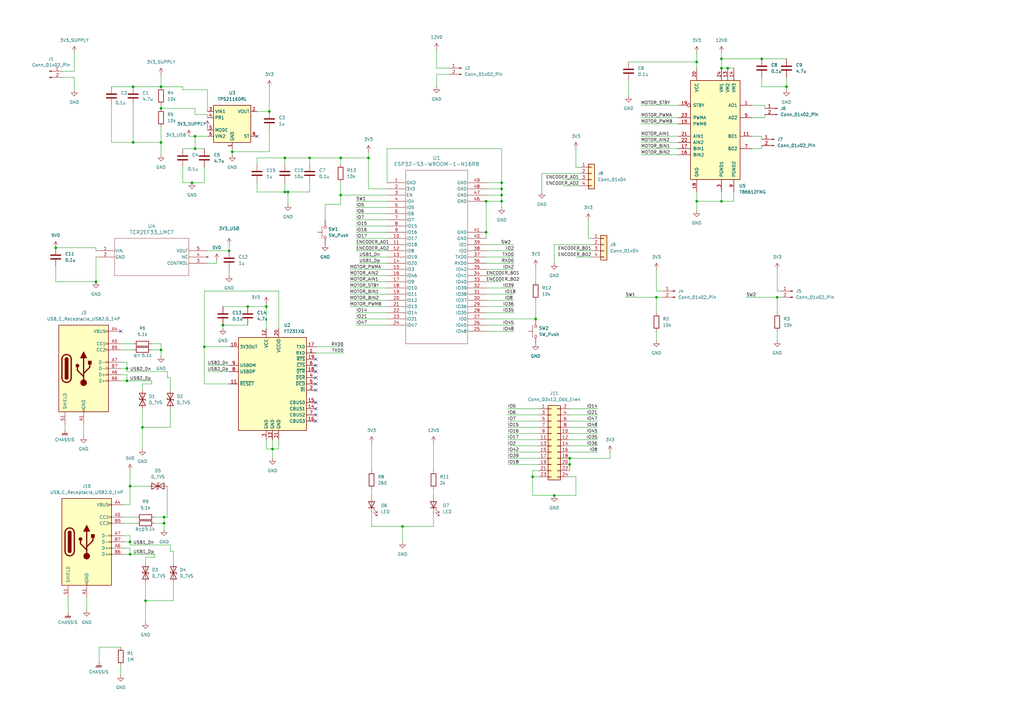
<source format=kicad_sch>
(kicad_sch (version 20250114) (generator "eeschema") (generator_version "9.0")
  (paper "A3")
  (junction (at 233.68 187.96))
  (junction (at 52.07 151.13))
  (junction (at 295.91 24.13))
  (junction (at 91.44 133.35))
  (junction (at 298.45 27.94))
  (junction (at 66.04 35.56))
  (junction (at 109.22 125.73))
  (junction (at 66.04 143.51))
  (junction (at 227.33 203.2))
  (junction (at 219.71 130.81))
  (junction (at 67.31 212.09))
  (junction (at 22.86 101.6))
  (junction (at 54.61 35.56))
  (junction (at 139.7 64.77))
  (junction (at 318.77 121.92))
  (junction (at 295.91 82.55))
  (junction (at 101.6 125.73))
  (junction (at 205.74 82.55))
  (junction (at 233.68 190.5))
  (junction (at 205.74 74.93))
  (junction (at 118.11 78.74))
  (junction (at 110.49 45.72))
  (junction (at 53.34 199.39))
  (junction (at 111.76 184.15))
  (junction (at 116.84 78.74))
  (junction (at 199.39 95.25))
  (junction (at 53.34 227.33))
  (junction (at 78.74 74.93))
  (junction (at 218.44 195.58))
  (junction (at 205.74 80.01))
  (junction (at 269.24 121.92))
  (junction (at 54.61 58.42))
  (junction (at 285.75 82.55))
  (junction (at 83.82 142.24))
  (junction (at 52.07 156.21))
  (junction (at 295.91 27.94))
  (junction (at 95.25 62.23))
  (junction (at 127 64.77))
  (junction (at 53.34 222.25))
  (junction (at 80.01 55.88))
  (junction (at 139.7 80.01))
  (junction (at 80.01 60.96))
  (junction (at 58.42 175.26))
  (junction (at 312.42 24.13))
  (junction (at 67.31 214.63))
  (junction (at 322.58 35.56))
  (junction (at 116.84 64.77))
  (junction (at 39.37 115.57))
  (junction (at 199.39 82.55))
  (junction (at 151.13 64.77))
  (junction (at 59.69 246.38))
  (junction (at 205.74 77.47))
  (junction (at 165.1 215.9))
  (junction (at 66.04 44.45))
  (junction (at 66.04 58.42))
  (junction (at 93.98 102.87))
  (junction (at 285.75 25.4))
  (no_connect (at 129.54 170.18))
  (no_connect (at 129.54 167.64))
  (no_connect (at 129.54 160.02))
  (no_connect (at 129.54 154.94))
  (no_connect (at 129.54 172.72))
  (no_connect (at 129.54 152.4))
  (no_connect (at 129.54 157.48))
  (no_connect (at 129.54 165.1))
  (no_connect (at 49.53 135.89))
  (no_connect (at 129.54 149.86))
  (no_connect (at 129.54 147.32))
  (no_connect (at 105.41 55.88))
  (wire (pts (xy 220.98 195.58) (xy 218.44 195.58)))
  (wire (pts (xy 233.68 172.72) (xy 245.11 172.72)))
  (wire (pts (xy 110.49 62.23) (xy 110.49 53.34)))
  (wire (pts (xy 68.58 199.39) (xy 68.58 212.09)))
  (wire (pts (xy 133.35 83.82) (xy 133.35 90.17)))
  (wire (pts (xy 199.39 125.73) (xy 210.82 125.73)))
  (wire (pts (xy 146.05 82.55) (xy 158.75 82.55)))
  (wire (pts (xy 205.74 80.01) (xy 205.74 82.55)))
  (wire (pts (xy 322.58 35.56) (xy 322.58 36.83)))
  (wire (pts (xy 199.39 102.87) (xy 210.82 102.87)))
  (wire (pts (xy 39.37 115.57) (xy 39.37 105.41)))
  (wire (pts (xy 146.05 102.87) (xy 158.75 102.87)))
  (wire (pts (xy 50.8 222.25) (xy 53.34 222.25)))
  (wire (pts (xy 271.78 119.38) (xy 269.24 119.38)))
  (wire (pts (xy 114.3 119.38) (xy 83.82 119.38)))
  (wire (pts (xy 147.32 107.95) (xy 158.75 107.95)))
  (wire (pts (xy 53.34 227.33) (xy 50.8 227.33)))
  (wire (pts (xy 143.51 110.49) (xy 158.75 110.49)))
  (wire (pts (xy 111.76 184.15) (xy 114.3 184.15)))
  (wire (pts (xy 59.69 228.6) (xy 59.69 231.14)))
  (wire (pts (xy 49.53 140.97) (xy 54.61 140.97)))
  (wire (pts (xy 298.45 27.94) (xy 300.99 27.94)))
  (wire (pts (xy 80.01 55.88) (xy 85.09 55.88)))
  (wire (pts (xy 165.1 215.9) (xy 177.8 215.9)))
  (wire (pts (xy 146.05 100.33) (xy 158.75 100.33)))
  (wire (pts (xy 109.22 125.73) (xy 109.22 134.62)))
  (wire (pts (xy 146.05 92.71) (xy 158.75 92.71)))
  (wire (pts (xy 105.41 64.77) (xy 116.84 64.77)))
  (wire (pts (xy 158.75 77.47) (xy 151.13 77.47)))
  (wire (pts (xy 74.93 60.96) (xy 80.01 60.96)))
  (wire (pts (xy 34.29 173.99) (xy 34.29 179.07)))
  (wire (pts (xy 306.07 121.92) (xy 318.77 121.92)))
  (wire (pts (xy 146.05 85.09) (xy 158.75 85.09)))
  (wire (pts (xy 208.28 177.8) (xy 220.98 177.8)))
  (wire (pts (xy 52.07 152.4) (xy 52.07 151.13)))
  (wire (pts (xy 218.44 193.04) (xy 218.44 195.58)))
  (wire (pts (xy 66.04 30.48) (xy 66.04 35.56)))
  (wire (pts (xy 74.93 74.93) (xy 78.74 74.93)))
  (wire (pts (xy 199.39 100.33) (xy 210.82 100.33)))
  (wire (pts (xy 49.53 143.51) (xy 54.61 143.51)))
  (wire (pts (xy 152.4 181.61) (xy 152.4 193.04)))
  (wire (pts (xy 208.28 180.34) (xy 220.98 180.34)))
  (wire (pts (xy 127 64.77) (xy 127 67.31)))
  (wire (pts (xy 109.22 184.15) (xy 111.76 184.15)))
  (wire (pts (xy 179.07 20.32) (xy 179.07 27.94)))
  (wire (pts (xy 49.53 148.59) (xy 52.07 148.59)))
  (wire (pts (xy 54.61 58.42) (xy 66.04 58.42)))
  (wire (pts (xy 50.8 212.09) (xy 55.88 212.09)))
  (wire (pts (xy 95.25 60.96) (xy 95.25 62.23)))
  (wire (pts (xy 262.89 48.26) (xy 278.13 48.26)))
  (wire (pts (xy 147.32 105.41) (xy 158.75 105.41)))
  (wire (pts (xy 68.58 154.94) (xy 69.85 154.94)))
  (wire (pts (xy 218.44 203.2) (xy 227.33 203.2)))
  (wire (pts (xy 152.4 200.66) (xy 152.4 203.2)))
  (wire (pts (xy 205.74 82.55) (xy 205.74 85.09)))
  (wire (pts (xy 129.54 142.24) (xy 140.97 142.24)))
  (wire (pts (xy 111.76 184.15) (xy 111.76 187.96)))
  (wire (pts (xy 85.09 36.83) (xy 85.09 45.72)))
  (wire (pts (xy 219.71 123.19) (xy 219.71 130.81)))
  (wire (pts (xy 256.54 121.92) (xy 269.24 121.92)))
  (wire (pts (xy 269.24 110.49) (xy 269.24 119.38)))
  (wire (pts (xy 152.4 210.82) (xy 152.4 215.9)))
  (wire (pts (xy 146.05 90.17) (xy 158.75 90.17)))
  (wire (pts (xy 139.7 83.82) (xy 133.35 83.82)))
  (wire (pts (xy 242.57 97.79) (xy 241.3 97.79)))
  (wire (pts (xy 208.28 185.42) (xy 220.98 185.42)))
  (wire (pts (xy 80.01 44.45) (xy 66.04 44.45)))
  (wire (pts (xy 199.39 77.47) (xy 205.74 77.47)))
  (wire (pts (xy 218.44 195.58) (xy 218.44 203.2)))
  (wire (pts (xy 308.61 60.96) (xy 312.42 60.96)))
  (wire (pts (xy 227.33 203.2) (xy 236.22 203.2)))
  (wire (pts (xy 262.89 55.88) (xy 278.13 55.88)))
  (wire (pts (xy 143.51 118.11) (xy 158.75 118.11)))
  (wire (pts (xy 53.34 199.39) (xy 53.34 193.04)))
  (wire (pts (xy 233.68 190.5) (xy 233.68 193.04)))
  (wire (pts (xy 199.39 82.55) (xy 199.39 95.25)))
  (wire (pts (xy 227.33 100.33) (xy 227.33 107.95)))
  (wire (pts (xy 67.31 212.09) (xy 67.31 214.63)))
  (wire (pts (xy 85.09 102.87) (xy 93.98 102.87)))
  (wire (pts (xy 49.53 151.13) (xy 52.07 151.13)))
  (wire (pts (xy 45.72 58.42) (xy 54.61 58.42)))
  (wire (pts (xy 262.89 58.42) (xy 278.13 58.42)))
  (wire (pts (xy 52.07 156.21) (xy 49.53 156.21)))
  (wire (pts (xy 49.53 265.43) (xy 40.64 265.43)))
  (wire (pts (xy 39.37 101.6) (xy 39.37 102.87)))
  (wire (pts (xy 139.7 80.01) (xy 139.7 74.93)))
  (wire (pts (xy 25.4 29.21) (xy 30.48 29.21)))
  (wire (pts (xy 236.22 195.58) (xy 233.68 195.58)))
  (wire (pts (xy 219.71 109.22) (xy 219.71 115.57)))
  (wire (pts (xy 205.74 115.57) (xy 199.39 115.57)))
  (wire (pts (xy 233.68 180.34) (xy 245.11 180.34)))
  (wire (pts (xy 184.15 30.48) (xy 179.07 30.48)))
  (wire (pts (xy 262.89 63.5) (xy 278.13 63.5)))
  (wire (pts (xy 91.44 133.35) (xy 91.44 134.62)))
  (wire (pts (xy 158.75 60.96) (xy 205.74 60.96)))
  (wire (pts (xy 285.75 25.4) (xy 285.75 27.94)))
  (wire (pts (xy 114.3 134.62) (xy 114.3 119.38)))
  (wire (pts (xy 233.68 170.18) (xy 245.11 170.18)))
  (wire (pts (xy 177.8 181.61) (xy 177.8 193.04)))
  (wire (pts (xy 83.82 157.48) (xy 93.98 157.48)))
  (wire (pts (xy 88.9 106.68) (xy 88.9 107.95)))
  (wire (pts (xy 69.85 226.06) (xy 71.12 226.06)))
  (wire (pts (xy 52.07 156.21) (xy 62.23 156.21)))
  (wire (pts (xy 68.58 212.09) (xy 67.31 212.09)))
  (wire (pts (xy 25.4 31.75) (xy 30.48 31.75)))
  (wire (pts (xy 50.8 207.01) (xy 53.34 207.01)))
  (wire (pts (xy 233.68 177.8) (xy 245.11 177.8)))
  (wire (pts (xy 318.77 135.89) (xy 318.77 139.7)))
  (wire (pts (xy 312.42 24.13) (xy 322.58 24.13)))
  (wire (pts (xy 85.09 46.99) (xy 85.09 48.26)))
  (wire (pts (xy 111.76 184.15) (xy 111.76 180.34)))
  (wire (pts (xy 295.91 82.55) (xy 295.91 78.74)))
  (wire (pts (xy 233.68 175.26) (xy 245.11 175.26)))
  (wire (pts (xy 318.77 121.92) (xy 318.77 128.27)))
  (wire (pts (xy 322.58 35.56) (xy 322.58 31.75)))
  (wire (pts (xy 236.22 60.96) (xy 236.22 68.58)))
  (wire (pts (xy 53.34 227.33) (xy 63.5 227.33)))
  (wire (pts (xy 300.99 82.55) (xy 295.91 82.55)))
  (wire (pts (xy 118.11 78.74) (xy 127 78.74)))
  (wire (pts (xy 80.01 60.96) (xy 83.82 60.96)))
  (wire (pts (xy 22.86 109.22) (xy 22.86 115.57)))
  (wire (pts (xy 27.94 245.11) (xy 27.94 251.46)))
  (wire (pts (xy 242.57 100.33) (xy 227.33 100.33)))
  (wire (pts (xy 67.31 214.63) (xy 67.31 217.17)))
  (wire (pts (xy 231.14 73.66) (xy 237.49 73.66)))
  (wire (pts (xy 318.77 119.38) (xy 320.04 119.38)))
  (wire (pts (xy 45.72 35.56) (xy 54.61 35.56)))
  (wire (pts (xy 74.93 35.56) (xy 74.93 36.83)))
  (wire (pts (xy 208.28 175.26) (xy 220.98 175.26)))
  (wire (pts (xy 85.09 152.4) (xy 93.98 152.4)))
  (wire (pts (xy 295.91 24.13) (xy 312.42 24.13)))
  (wire (pts (xy 312.42 35.56) (xy 322.58 35.56)))
  (wire (pts (xy 143.51 123.19) (xy 158.75 123.19)))
  (wire (pts (xy 199.39 82.55) (xy 205.74 82.55)))
  (wire (pts (xy 312.42 60.96) (xy 312.42 59.69)))
  (wire (pts (xy 116.84 64.77) (xy 116.84 67.31)))
  (wire (pts (xy 199.39 133.35) (xy 210.82 133.35)))
  (wire (pts (xy 233.68 167.64) (xy 245.11 167.64)))
  (wire (pts (xy 146.05 130.81) (xy 158.75 130.81)))
  (wire (pts (xy 151.13 62.23) (xy 151.13 64.77)))
  (wire (pts (xy 53.34 223.52) (xy 53.34 222.25)))
  (wire (pts (xy 93.98 110.49) (xy 93.98 113.03)))
  (wire (pts (xy 127 78.74) (xy 127 74.93)))
  (wire (pts (xy 152.4 215.9) (xy 165.1 215.9)))
  (wire (pts (xy 59.69 238.76) (xy 59.69 246.38)))
  (wire (pts (xy 231.14 76.2) (xy 237.49 76.2)))
  (wire (pts (xy 50.8 219.71) (xy 53.34 219.71)))
  (wire (pts (xy 78.74 74.93) (xy 83.82 74.93)))
  (wire (pts (xy 58.42 175.26) (xy 69.85 175.26)))
  (wire (pts (xy 80.01 46.99) (xy 80.01 44.45)))
  (wire (pts (xy 208.28 190.5) (xy 220.98 190.5)))
  (wire (pts (xy 236.22 105.41) (xy 242.57 105.41)))
  (wire (pts (xy 83.82 142.24) (xy 93.98 142.24)))
  (wire (pts (xy 54.61 35.56) (xy 66.04 35.56)))
  (wire (pts (xy 146.05 97.79) (xy 158.75 97.79)))
  (wire (pts (xy 308.61 48.26) (xy 313.69 48.26)))
  (wire (pts (xy 199.39 118.11) (xy 210.82 118.11)))
  (wire (pts (xy 22.86 101.6) (xy 39.37 101.6)))
  (wire (pts (xy 308.61 55.88) (xy 312.42 55.88)))
  (wire (pts (xy 109.22 180.34) (xy 109.22 184.15)))
  (wire (pts (xy 69.85 154.94) (xy 69.85 160.02)))
  (wire (pts (xy 139.7 80.01) (xy 139.7 83.82)))
  (wire (pts (xy 74.93 68.58) (xy 74.93 74.93)))
  (wire (pts (xy 158.75 74.93) (xy 158.75 60.96)))
  (wire (pts (xy 236.22 102.87) (xy 242.57 102.87)))
  (wire (pts (xy 58.42 175.26) (xy 58.42 184.15)))
  (wire (pts (xy 269.24 121.92) (xy 269.24 128.27)))
  (wire (pts (xy 66.04 143.51) (xy 66.04 146.05)))
  (wire (pts (xy 110.49 45.72) (xy 110.49 35.56)))
  (wire (pts (xy 109.22 125.73) (xy 101.6 125.73)))
  (wire (pts (xy 184.15 27.94) (xy 179.07 27.94)))
  (wire (pts (xy 241.3 90.17) (xy 241.3 97.79)))
  (wire (pts (xy 199.39 107.95) (xy 210.82 107.95)))
  (wire (pts (xy 143.51 113.03) (xy 158.75 113.03)))
  (wire (pts (xy 67.31 214.63) (xy 63.5 214.63)))
  (wire (pts (xy 109.22 124.46) (xy 109.22 125.73)))
  (wire (pts (xy 177.8 200.66) (xy 177.8 203.2)))
  (wire (pts (xy 95.25 62.23) (xy 95.25 63.5)))
  (wire (pts (xy 74.93 36.83) (xy 85.09 36.83)))
  (wire (pts (xy 208.28 170.18) (xy 220.98 170.18)))
  (wire (pts (xy 308.61 43.18) (xy 313.69 43.18)))
  (wire (pts (xy 233.68 182.88) (xy 245.11 182.88)))
  (wire (pts (xy 52.07 153.67) (xy 52.07 156.21)))
  (wire (pts (xy 177.8 210.82) (xy 177.8 215.9)))
  (wire (pts (xy 233.68 185.42) (xy 245.11 185.42)))
  (wire (pts (xy 63.5 212.09) (xy 67.31 212.09)))
  (wire (pts (xy 105.41 67.31) (xy 105.41 64.77)))
  (wire (pts (xy 83.82 142.24) (xy 83.82 157.48)))
  (wire (pts (xy 199.39 95.25) (xy 199.39 97.79)))
  (wire (pts (xy 59.69 246.38) (xy 71.12 246.38)))
  (wire (pts (xy 143.51 125.73) (xy 158.75 125.73)))
  (wire (pts (xy 45.72 43.18) (xy 45.72 58.42)))
  (wire (pts (xy 22.86 115.57) (xy 39.37 115.57)))
  (wire (pts (xy 50.8 224.79) (xy 53.34 224.79)))
  (wire (pts (xy 236.22 203.2) (xy 236.22 195.58)))
  (wire (pts (xy 66.04 52.07) (xy 66.04 58.42)))
  (wire (pts (xy 49.53 273.05) (xy 49.53 276.86)))
  (wire (pts (xy 285.75 21.59) (xy 285.75 25.4)))
  (wire (pts (xy 52.07 148.59) (xy 52.07 151.13)))
  (wire (pts (xy 205.74 60.96) (xy 205.74 74.93)))
  (wire (pts (xy 58.42 167.64) (xy 58.42 175.26)))
  (wire (pts (xy 53.34 223.52) (xy 69.85 223.52)))
  (wire (pts (xy 95.25 62.23) (xy 110.49 62.23)))
  (wire (pts (xy 58.42 157.48) (xy 58.42 160.02)))
  (wire (pts (xy 237.49 71.12) (xy 222.25 71.12)))
  (wire (pts (xy 80.01 46.99) (xy 85.09 46.99)))
  (wire (pts (xy 71.12 246.38) (xy 71.12 238.76)))
  (wire (pts (xy 208.28 172.72) (xy 220.98 172.72)))
  (wire (pts (xy 313.69 48.26) (xy 313.69 46.99)))
  (wire (pts (xy 208.28 187.96) (xy 220.98 187.96)))
  (wire (pts (xy 66.04 35.56) (xy 74.93 35.56)))
  (wire (pts (xy 53.34 199.39) (xy 60.96 199.39)))
  (wire (pts (xy 63.5 227.33) (xy 63.5 228.6)))
  (wire (pts (xy 312.42 55.88) (xy 312.42 57.15)))
  (wire (pts (xy 199.39 135.89) (xy 210.82 135.89)))
  (wire (pts (xy 233.68 187.96) (xy 233.68 190.5)))
  (wire (pts (xy 127 64.77) (xy 139.7 64.77)))
  (wire (pts (xy 237.49 68.58) (xy 236.22 68.58)))
  (wire (pts (xy 105.41 74.93) (xy 105.41 78.74)))
  (wire (pts (xy 199.39 130.81) (xy 219.71 130.81)))
  (wire (pts (xy 54.61 43.18) (xy 54.61 58.42)))
  (wire (pts (xy 143.51 115.57) (xy 158.75 115.57)))
  (wire (pts (xy 205.74 113.03) (xy 199.39 113.03)))
  (wire (pts (xy 146.05 128.27) (xy 158.75 128.27)))
  (wire (pts (xy 146.05 87.63) (xy 158.75 87.63)))
  (wire (pts (xy 83.82 119.38) (xy 83.82 142.24)))
  (wire (pts (xy 300.99 78.74) (xy 300.99 82.55)))
  (wire (pts (xy 205.74 74.93) (xy 205.74 77.47)))
  (wire (pts (xy 116.84 74.93) (xy 116.84 78.74)))
  (wire (pts (xy 222.25 71.12) (xy 222.25 78.74)))
  (wire (pts (xy 77.47 55.88) (xy 80.01 55.88)))
  (wire (pts (xy 269.24 135.89) (xy 269.24 139.7)))
  (wire (pts (xy 53.34 219.71) (xy 53.34 222.25)))
  (wire (pts (xy 151.13 64.77) (xy 151.13 77.47)))
  (wire (pts (xy 85.09 107.95) (xy 88.9 107.95)))
  (wire (pts (xy 295.91 27.94) (xy 295.91 24.13)))
  (wire (pts (xy 35.56 245.11) (xy 35.56 250.19)))
  (wire (pts (xy 220.98 193.04) (xy 218.44 193.04)))
  (wire (pts (xy 69.85 175.26) (xy 69.85 167.64)))
  (wire (pts (xy 49.53 153.67) (xy 52.07 153.67)))
  (wire (pts (xy 262.89 60.96) (xy 278.13 60.96)))
  (wire (pts (xy 146.05 133.35) (xy 158.75 133.35)))
  (wire (pts (xy 63.5 228.6) (xy 59.69 228.6)))
  (wire (pts (xy 320.04 121.92) (xy 318.77 121.92)))
  (wire (pts (xy 257.81 33.02) (xy 257.81 39.37)))
  (wire (pts (xy 285.75 82.55) (xy 295.91 82.55)))
  (wire (pts (xy 129.54 144.78) (xy 140.97 144.78)))
  (wire (pts (xy 295.91 24.13) (xy 295.91 21.59)))
  (wire (pts (xy 118.11 78.74) (xy 118.11 83.82)))
  (wire (pts (xy 285.75 82.55) (xy 285.75 86.36)))
  (wire (pts (xy 165.1 215.9) (xy 165.1 222.25)))
  (wire (pts (xy 30.48 31.75) (xy 30.48 36.83)))
  (wire (pts (xy 257.81 25.4) (xy 285.75 25.4)))
  (wire (pts (xy 205.74 77.47) (xy 205.74 80.01)))
  (wire (pts (xy 199.39 128.27) (xy 210.82 128.27)))
  (wire (pts (xy 250.19 185.42) (xy 250.19 187.96)))
  (wire (pts (xy 69.85 223.52) (xy 69.85 226.06)))
  (wire (pts (xy 66.04 43.18) (xy 66.04 44.45)))
  (wire (pts (xy 91.44 125.73) (xy 101.6 125.73)))
  (wire (pts (xy 179.07 30.48) (xy 179.07 35.56)))
  (wire (pts (xy 66.04 58.42) (xy 66.04 63.5)))
  (wire (pts (xy 295.91 27.94) (xy 298.45 27.94)))
  (wire (pts (xy 139.7 64.77) (xy 151.13 64.77)))
  (wire (pts (xy 91.44 133.35) (xy 101.6 133.35)))
  (wire (pts (xy 30.48 21.59) (xy 30.48 29.21)))
  (wire (pts (xy 199.39 105.41) (xy 210.82 105.41)))
  (wire (pts (xy 62.23 156.21) (xy 62.23 157.48)))
  (wire (pts (xy 53.34 207.01) (xy 53.34 199.39)))
  (wire (pts (xy 80.01 60.96) (xy 80.01 55.88)))
  (wire (pts (xy 93.98 100.33) (xy 93.98 102.87)))
  (wire (pts (xy 139.7 80.01) (xy 158.75 80.01)))
  (wire (pts (xy 208.28 167.64) (xy 220.98 167.64)))
  (wire (pts (xy 146.05 95.25) (xy 158.75 95.25)))
  (wire (pts (xy 233.68 187.96) (xy 250.19 187.96)))
  (wire (pts (xy 199.39 80.01) (xy 205.74 80.01)))
  (wire (pts (xy 62.23 157.48) (xy 58.42 157.48)))
  (wire (pts (xy 199.39 120.65) (xy 210.82 120.65)))
  (wire (pts (xy 52.07 152.4) (xy 68.58 152.4)))
  (wire (pts (xy 26.67 173.99) (xy 26.67 176.53)))
  (wire (pts (xy 199.39 123.19) (xy 210.82 123.19)))
  (wire (pts (xy 262.89 43.18) (xy 278.13 43.18)))
  (wire (pts (xy 53.34 224.79) (xy 53.34 227.33)))
  (wire (pts (xy 262.89 50.8) (xy 278.13 50.8)))
  (wire (pts (xy 59.69 246.38) (xy 59.69 255.27)))
  (wire (pts (xy 66.04 143.51) (xy 62.23 143.51)))
  (wire (pts (xy 285.75 78.74) (xy 285.75 82.55)))
  (wire (pts (xy 199.39 74.93) (xy 205.74 74.93)))
  (wire (pts (xy 114.3 184.15) (xy 114.3 180.34)))
  (wire (pts (xy 40.64 265.43) (xy 40.64 271.78)))
  (wire (pts (xy 312.42 31.75) (xy 312.42 35.56)))
  (wire (pts (xy 85.09 52.07) (xy 85.09 53.34)))
  (wire (pts (xy 85.09 149.86) (xy 93.98 149.86)))
  (wire (pts (xy 116.84 78.74) (xy 118.11 78.74)))
  (wire (pts (xy 318.77 110.49) (xy 318.77 119.38)))
  (wire (pts (xy 105.41 78.74) (xy 116.84 78.74)))
  (wire (pts (xy 199.39 110.49) (xy 210.82 110.49)))
  (wire (pts (xy 271.78 121.92) (xy 269.24 121.92)))
  (wire (pts (xy 50.8 214.63) (xy 55.88 214.63)))
  (wire (pts (xy 139.7 64.77) (xy 139.7 67.31)))
  (wire (pts (xy 66.04 140.97) (xy 66.04 143.51)))
  (wire (pts (xy 83.82 74.93) (xy 83.82 68.58)))
  (wire (pts (xy 208.28 182.88) (xy 220.98 182.88)))
  (wire (pts (xy 116.84 64.77) (xy 127 64.77)))
  (wire (pts (xy 68.58 152.4) (xy 68.58 154.94)))
  (wire (pts (xy 62.23 140.97) (xy 66.04 140.97)))
  (wire (pts (xy 71.12 226.06) (xy 71.12 231.14)))
  (wire (pts (xy 105.41 45.72) (xy 110.49 45.72)))
  (wire (pts (xy 313.69 43.18) (xy 313.69 44.45)))
  (wire (pts (xy 143.51 120.65) (xy 158.75 120.65)))
  (label "IO7" (at 208.28 172.72 0))
  (label "MOTOR_AIN2" (at 262.89 58.42 0))
  (label "IO47" (at 245.11 172.72 180))
  (label "MOTOR_AIN1" (at 262.89 55.88 0))
  (label "IO5" (at 146.05 85.09 0))
  (label "USB2_Dn" (at 53.34 152.4 0))
  (label "ENCODER_BO2" (at 242.57 105.41 180))
  (label "USB1_Dp" (at 54.61 227.33 0))
  (label "TXD0" (at 140.97 144.78 180))
  (label "USB2_Dp" (at 85.09 152.4 0))
  (label "MOTOR_BIN1" (at 143.51 120.65 0))
  (label "USB1_Dn" (at 54.61 223.52 0))
  (label "IO48" (at 210.82 135.89 180))
  (label "IO47" (at 146.05 133.35 0))
  (label "IO15" (at 146.05 92.71 0))
  (label "IO39" (at 210.82 118.11 180))
  (label "USB1_Dn" (at 147.32 105.41 0))
  (label "MOTOR_AIN1" (at 143.51 115.57 0))
  (label "ENCODER_BO1" (at 199.39 113.03 0))
  (label "IO5" (at 208.28 167.64 0))
  (label "RXD0" (at 210.82 107.95 180))
  (label "MOTOR_AIN2" (at 143.51 113.03 0))
  (label "MOTOR_STBY" (at 262.89 43.18 0))
  (label "MOTOR_PWMB" (at 143.51 125.73 0))
  (label "IO17" (at 146.05 97.79 0))
  (label "IO35" (at 210.82 128.27 180))
  (label "ENCODER_BO1" (at 242.57 102.87 180))
  (label "IO42" (at 210.82 110.49 180))
  (label "IO16" (at 208.28 177.8 0))
  (label "IO21" (at 245.11 170.18 180))
  (label "IO45" (at 210.82 133.35 180))
  (label "ENCODER_AO1" (at 146.05 100.33 0))
  (label "IO16" (at 146.05 95.25 0))
  (label "SW1" (at 256.54 121.92 0))
  (label "ENCODER_AO2" (at 237.49 76.2 180))
  (label "IO48" (at 245.11 175.26 180))
  (label "IO18" (at 207.01 120.65 0))
  (label "IO6" (at 208.28 170.18 0))
  (label "ENCODER_AO2" (at 146.05 102.87 0))
  (label "IO45" (at 245.11 177.8 180))
  (label "IO7" (at 146.05 90.17 0))
  (label "MOTOR_BIN1" (at 262.89 60.96 0))
  (label "USB1_Dp" (at 147.32 107.95 0))
  (label "SW1" (at 146.05 82.55 0))
  (label "IO18" (at 208.28 190.5 0))
  (label "IO36" (at 245.11 182.88 180))
  (label "IO35" (at 245.11 180.34 180))
  (label "MOTOR_BIN2" (at 262.89 63.5 0))
  (label "SW2" (at 209.55 100.33 180))
  (label "IO8" (at 207.01 123.19 0))
  (label "TXD0" (at 210.82 105.41 180))
  (label "IO6" (at 146.05 87.63 0))
  (label "USB2_Dn" (at 85.09 149.86 0))
  (label "IO8" (at 245.11 185.42 180))
  (label "ENCODER_AO1" (at 237.49 73.66 180))
  (label "ENCODER_BO2" (at 199.39 115.57 0))
  (label "IO2" (at 210.82 102.87 180))
  (label "MOTOR_BIN2" (at 143.51 123.19 0))
  (label "MOTOR_STBY" (at 143.51 118.11 0))
  (label "IO36" (at 210.82 125.73 180))
  (label "IO2" (at 208.28 182.88 0))
  (label "IO42" (at 208.28 185.42 0))
  (label "SW2" (at 306.07 121.92 0))
  (label "MOTOR_PWMB" (at 262.89 50.8 0))
  (label "RXD0" (at 140.97 142.24 180))
  (label "MOTOR_PWMA" (at 262.89 48.26 0))
  (label "IO39" (at 208.28 187.96 0))
  (label "IO17" (at 208.28 180.34 0))
  (label "IO14" (at 245.11 167.64 180))
  (label "MOTOR_PWMA" (at 143.51 110.49 0))
  (label "USB2_Dp" (at 53.34 156.21 0))
  (label "IO15" (at 208.28 175.26 0))
  (label "IO21" (at 146.05 130.81 0))
  (label "IO14" (at 146.05 128.27 0))
  (symbol (lib_id "power:GND") (at 58.42 184.15 0) (unit 1)
    (property "Reference" "#PWR025" (effects (hide yes)))
    (property "Value" "GND" (at 58.42 189.23 0))
    (property "Description" "Power symbol creates a global label with name \"GND\" , ground" (effects (hide yes)))
  )
  (symbol (lib_id "power:+3.3V") (at 22.86 101.6 0) (unit 1)
    (property "Reference" "#PWR040" (effects (hide yes)))
    (property "Value" "5V0" (at 22.86 96.52 0))
    (property "Description" "Power symbol creates a global label with name \"+3.3V\"" (effects (hide yes)))
  )
  (symbol (lib_id "Device:R") (at 269.24 132.08 0) (unit 1)
    (property "Reference" "R2" (at 271.78 130.8099 0) (effects (justify left)))
    (property "Value" "10k" (at 271.78 133.3499 0) (effects (justify left)))
    (property "Footprint" "Resistor_SMD:R_0805_2012Metric" (effects (hide yes)))
    (property "Description" "Resistor" (effects (hide yes)))
  )
  (symbol (lib_id "power:GND") (at 30.48 36.83 0) (unit 1)
    (property "Reference" "#PWR02" (effects (hide yes)))
    (property "Value" "GND" (at 30.48 41.91 0))
    (property "Description" "Power symbol creates a global label with name \"GND\" , ground" (effects (hide yes)))
  )
  (symbol (lib_id "power:GND") (at 322.58 36.83 0) (unit 1)
    (property "Reference" "#PWR028" (effects (hide yes)))
    (property "Value" "GND" (at 322.58 41.91 0))
    (property "Description" "Power symbol creates a global label with name \"GND\" , ground" (effects (hide yes)))
  )
  (symbol (lib_id "Switch:SW_Push") (at 219.71 135.89 90) (unit 1)
    (property "Reference" "SW2" (at 220.98 134.6199 90) (effects (justify right)))
    (property "Value" "SW_Push" (at 220.98 137.1599 90) (effects (justify right)))
    (property "Footprint" "Button_Switch_SMD:SW_SPST_B3U-1000P" (effects (hide yes)))
    (property "Description" "Push button switch, generic, two pins" (effects (hide yes)))
  )
  (symbol (lib_id "power:+3.3V") (at 151.13 62.23 0) (unit 1)
    (property "Reference" "#PWR04" (effects (hide yes)))
    (property "Value" "3V3" (at 151.13 57.15 0))
    (property "Description" "Power symbol creates a global label with name \"+3.3V\"" (effects (hide yes)))
  )
  (symbol (lib_id "power:+3.3V") (at 269.24 110.49 0) (unit 1)
    (property "Reference" "#PWR010" (effects (hide yes)))
    (property "Value" "3V3" (at 269.24 105.41 0))
    (property "Description" "Power symbol creates a global label with name \"+3.3V\"" (effects (hide yes)))
  )
  (symbol (lib_id "Device:D_TVS") (at 69.85 163.83 90) (unit 1)
    (property "Reference" "D2" (at 72.39 162.5599 90) (effects (justify right)))
    (property "Value" "D_TVS" (at 72.39 165.0999 90) (effects (justify right)))
    (property "Footprint" "Diode_SMD:D_SOD-523" (effects (hide yes)))
    (property "Description" "Bidirectional transient-voltage-suppression diode" (effects (hide yes)))
  )
  (symbol (lib_id "power:GND") (at 39.37 115.57 0) (unit 1)
    (property "Reference" "#PWR038" (effects (hide yes)))
    (property "Value" "GND" (at 39.37 120.65 0))
    (property "Description" "Power symbol creates a global label with name \"GND\" , ground" (effects (hide yes)))
  )
  (symbol (lib_id "Device:R") (at 152.4 196.85 0) (unit 1)
    (property "Reference" "R8" (at 154.94 195.5799 0) (effects (justify left)))
    (property "Value" "260" (at 154.94 198.1199 0) (effects (justify left)))
    (property "Footprint" "Resistor_SMD:R_0805_2012Metric" (effects (hide yes)))
    (property "Description" "Resistor" (effects (hide yes)))
  )
  (symbol (lib_id "Device:R") (at 58.42 143.51 90) (mirror x) (unit 1)
    (property "Reference" "R7" (at 56.134 146.05 90))
    (property "Value" "5.1k" (at 60.198 145.796 90))
    (property "Footprint" "Resistor_SMD:R_0805_2012Metric" (effects (hide yes)))
    (property "Description" "Resistor" (effects (hide yes)))
  )
  (symbol (lib_id "power:+3.3V") (at 241.3 90.17 0) (unit 1)
    (property "Reference" "#PWR032" (effects (hide yes)))
    (property "Value" "3V3" (at 241.3 85.09 0))
    (property "Description" "Power symbol creates a global label with name \"+3.3V\"" (effects (hide yes)))
  )
  (symbol (lib_id "power:GND") (at 179.07 35.56 0) (mirror y) (unit 1)
    (property "Reference" "#PWR021" (effects (hide yes)))
    (property "Value" "GND" (at 179.07 40.64 0))
    (property "Description" "Power symbol creates a global label with name \"GND\" , ground" (effects (hide yes)))
  )
  (symbol (lib_id "Device:C") (at 257.81 29.21 0) (unit 1)
    (property "Reference" "C6" (at 261.62 27.9399 0) (effects (justify left)))
    (property "Value" "0.1u" (at 261.62 30.4799 0) (effects (justify left)))
    (property "Footprint" "Capacitor_SMD:C_0805_2012Metric" (effects (hide yes)))
    (property "Description" "Unpolarized capacitor" (effects (hide yes)))
  )
  (symbol (lib_id "power:+3V3") (at 250.19 185.42 0) (unit 1)
    (property "Reference" "#PWR048" (effects (hide yes)))
    (property "Value" "3V3" (at 250.19 180.34 0))
    (property "Description" "Power symbol creates a global label with name \"+3V3\"" (effects (hide yes)))
  )
  (symbol (lib_id "power:GND") (at 66.04 63.5 0) (unit 1)
    (property "Reference" "#PWR014" (effects (hide yes)))
    (property "Value" "GND" (at 66.04 68.58 0))
    (property "Description" "Power symbol creates a global label with name \"GND\" , ground" (effects (hide yes)))
  )
  (symbol (lib_id "Device:C") (at 105.41 71.12 0) (unit 1)
    (property "Reference" "C15" (at 109.22 69.8499 0) (effects (justify left)))
    (property "Value" "1u" (at 109.22 72.3899 0) (effects (justify left)))
    (property "Footprint" "Capacitor_SMD:C_0805_2012Metric" (effects (hide yes)))
    (property "Description" "Unpolarized capacitor" (effects (hide yes)))
  )
  (symbol (lib_id "power:+3.3V") (at 152.4 181.61 0) (unit 1)
    (property "Reference" "#PWR049" (effects (hide yes)))
    (property "Value" "3V3" (at 152.4 176.53 0))
    (property "Description" "Power symbol creates a global label with name \"+3.3V\"" (effects (hide yes)))
  )
  (symbol (lib_id "power:+3.3V") (at 53.34 193.04 0) (unit 1)
    (property "Reference" "#PWR035" (effects (hide yes)))
    (property "Value" "5V0" (at 53.34 187.96 0))
    (property "Description" "Power symbol creates a global label with name \"+3.3V\"" (effects (hide yes)))
  )
  (symbol (lib_id "Device:R") (at 49.53 269.24 0) (unit 1)
    (property "Reference" "R1" (at 52.07 267.9699 0) (effects (justify left)))
    (property "Value" "1M" (at 52.07 270.5099 0) (effects (justify left)))
    (property "Footprint" "Resistor_SMD:R_0805_2012Metric" (effects (hide yes)))
    (property "Description" "Resistor" (effects (hide yes)))
  )
  (symbol (lib_id "Connector_Generic:Conn_01x04") (at 242.57 71.12 0) (unit 1)
    (property "Reference" "J8" (at 245.11 71.1199 0) (effects (justify left)))
    (property "Value" "Conn_01x04" (at 245.11 73.6599 0) (effects (justify left)))
    (property "Footprint" "Connector_JST:JST_PH_B4B-PH-SM4-TB_1x04-1MP_P2.00mm_Vertical" (effects (hide yes)))
    (property "Description" "Generic connector, single row, 01x04, script generated (kicad-library-utils/schlib/autogen/connector/)" (effects (hide yes)))
  )
  (symbol (lib_id "power:GND") (at 93.98 113.03 0) (unit 1)
    (property "Reference" "#PWR039" (effects (hide yes)))
    (property "Value" "GND" (at 93.98 118.11 0))
    (property "Description" "Power symbol creates a global label with name \"GND\" , ground" (effects (hide yes)))
  )
  (symbol (lib_id "Device:R") (at 219.71 119.38 0) (unit 1)
    (property "Reference" "R12" (at 222.25 118.1099 0) (effects (justify left)))
    (property "Value" "10k" (at 222.25 120.6499 0) (effects (justify left)))
    (property "Footprint" "Resistor_SMD:R_0805_2012Metric" (effects (hide yes)))
    (property "Description" "Resistor" (effects (hide yes)))
  )
  (symbol (lib_id "Device:C") (at 110.49 49.53 0) (unit 1)
    (property "Reference" "C3" (at 114.3 48.2599 0) (effects (justify left)))
    (property "Value" "1u" (at 114.3 50.7999 0) (effects (justify left)))
    (property "Footprint" "Capacitor_SMD:C_0805_2012Metric" (effects (hide yes)))
    (property "Description" "Unpolarized capacitor" (effects (hide yes)))
  )
  (symbol (lib_id "Device:C") (at 74.93 64.77 0) (unit 1)
    (property "Reference" "C4" (at 78.74 63.4999 0) (effects (justify left)))
    (property "Value" "0.1u" (at 76.962 69.342 0) (effects (justify left)))
    (property "Footprint" "Capacitor_SMD:C_0805_2012Metric" (effects (hide yes)))
    (property "Description" "Unpolarized capacitor" (effects (hide yes)))
  )
  (symbol (lib_id "power:GND") (at 95.25 63.5 0) (unit 1)
    (property "Reference" "#PWR013" (effects (hide yes)))
    (property "Value" "GND" (at 95.25 68.58 0))
    (property "Description" "Power symbol creates a global label with name \"GND\" , ground" (effects (hide yes)))
  )
  (symbol (lib_id "Connector:USB_C_Receptacle_USB2.0_14P") (at 35.56 222.25 0) (unit 1)
    (property "Reference" "J10" (at 35.56 199.39 0))
    (property "Value" "USB_C_Receptacle_USB2.0_14P" (at 35.56 201.93 0))
    (property "Footprint" "Connector_USB:USB_C_Receptacle_GCT_USB4110" (effects (hide yes)))
    (property "Datasheet" "https://www.usb.org/sites/default/files/documents/usb_type-c.zip" (effects (hide yes)))
    (property "Description" "USB 2.0-only 14P Type-C Receptacle connector" (effects (hide yes)))
  )
  (symbol (lib_id "Device:R") (at 58.42 140.97 90) (unit 1)
    (property "Reference" "R6" (at 58.42 134.62 90))
    (property "Value" "5.1k" (at 58.42 137.16 90))
    (property "Footprint" "Resistor_SMD:R_0805_2012Metric" (effects (hide yes)))
    (property "Description" "Resistor" (effects (hide yes)))
  )
  (symbol (lib_id "power:GND") (at 318.77 139.7 0) (unit 1)
    (property "Reference" "#PWR09" (effects (hide yes)))
    (property "Value" "GND" (at 318.77 144.78 0))
    (property "Description" "Power symbol creates a global label with name \"GND\" , ground" (effects (hide yes)))
  )
  (symbol (lib_id "Device:C") (at 312.42 27.94 0) (unit 1)
    (property "Reference" "C8" (at 316.23 26.6699 0) (effects (justify left)))
    (property "Value" "0.1u" (at 316.23 29.2099 0) (effects (justify left)))
    (property "Footprint" "Capacitor_SMD:C_0805_2012Metric" (effects (hide yes)))
    (property "Description" "Unpolarized capacitor" (effects (hide yes)))
  )
  (symbol (lib_id "Device:C") (at 127 71.12 0) (unit 1)
    (property "Reference" "C7" (at 130.81 69.8499 0) (effects (justify left)))
    (property "Value" "0.1u" (at 130.81 72.3899 0) (effects (justify left)))
    (property "Footprint" "Capacitor_SMD:C_0805_2012Metric" (effects (hide yes)))
    (property "Description" "Unpolarized capacitor" (effects (hide yes)))
  )
  (symbol (lib_id "Power_Management:TPS2116DRL") (at 95.25 50.8 0) (unit 1)
    (property "Reference" "U3" (at 95.25 38.1 0))
    (property "Value" "TPS2116DRL" (at 95.25 40.64 0))
    (property "Footprint" "Package_TO_SOT_SMD:SOT-583-8" (effects (hide yes)))
    (property "Datasheet" "https://www.ti.com/lit/ds/symlink/tps2116.pdf" (effects (hide yes)))
    (property "Description" "2 Channnels Power Mux with Manual and Priority Switchover, 1.6-5.5V Input Voltage, 2.5A Output Current, Ron 40 mOhm, SOT-583-8" (effects (hide yes)))
  )
  (symbol (lib_id "Device:D_TVS") (at 59.69 234.95 90) (unit 1)
    (property "Reference" "D3" (at 62.23 233.6799 90) (effects (justify right)))
    (property "Value" "D_TVS" (at 62.23 236.2199 90) (effects (justify right)))
    (property "Footprint" "Diode_SMD:D_SOD-523" (effects (hide yes)))
    (property "Description" "Bidirectional transient-voltage-suppression diode" (effects (hide yes)))
  )
  (symbol (lib_id "power:GND") (at 49.53 276.86 0) (unit 1)
    (property "Reference" "#PWR07" (effects (hide yes)))
    (property "Value" "GND" (at 49.53 281.94 0))
    (property "Description" "Power symbol creates a global label with name \"GND\" , ground" (effects (hide yes)))
  )
  (symbol (lib_id "power:+3.3V") (at 295.91 21.59 0) (mirror y) (unit 1)
    (property "Reference" "#PWR022" (effects (hide yes)))
    (property "Value" "12V0" (at 295.91 16.51 0))
    (property "Description" "Power symbol creates a global label with name \"+3.3V\"" (effects (hide yes)))
  )
  (symbol (lib_id "power:+3.3V") (at 285.75 21.59 0) (unit 1)
    (property "Reference" "#PWR023" (effects (hide yes)))
    (property "Value" "3V3" (at 285.75 16.51 0))
    (property "Description" "Power symbol creates a global label with name \"+3.3V\"" (effects (hide yes)))
  )
  (symbol (lib_id "Device:LED") (at 152.4 207.01 90) (unit 1)
    (property "Reference" "D6" (at 156.21 207.3274 90) (effects (justify right)))
    (property "Value" "LED" (at 156.21 209.8674 90) (effects (justify right)))
    (property "Footprint" "LED_SMD:LED_0805_2012Metric" (effects (hide yes)))
    (property "Description" "Light emitting diode" (effects (hide yes)))
    (property "Sim.Pins" "1=K 2=A" (effects (hide yes)))
  )
  (symbol (lib_id "power:+3.3V") (at 318.77 110.49 0) (unit 1)
    (property "Reference" "#PWR011" (effects (hide yes)))
    (property "Value" "3V3" (at 318.77 105.41 0))
    (property "Description" "Power symbol creates a global label with name \"+3.3V\"" (effects (hide yes)))
  )
  (symbol (lib_id "Device:R") (at 66.04 48.26 0) (unit 1)
    (property "Reference" "R5" (at 68.58 46.9899 0) (effects (justify left)))
    (property "Value" "10k" (at 68.58 49.5299 0) (effects (justify left)))
    (property "Footprint" "Resistor_SMD:R_0805_2012Metric" (effects (hide yes)))
    (property "Description" "Resistor" (effects (hide yes)))
  )
  (symbol (lib_id "TCR2EF33_LM_CT (3V3 LDO):TCR2EF33_LMCT") (at 39.37 102.87 0) (unit 1)
    (property "Reference" "U4" (at 62.23 92.71 0) (effects (font (size 1.524 1.524))))
    (property "Value" "TCR2EF33_LMCT" (at 62.23 95.25 0) (effects (font (size 1.524 1.524))))
    (property "Footprint" "TCR2EF33_LM_CT:SOT-25   SMV_TOS" (effects (hide yes)))
    (property "Datasheet" "TCR2EF33_LMCT" (effects (hide yes)))
  )
  (symbol (lib_id "Device:LED") (at 177.8 207.01 90) (unit 1)
    (property "Reference" "D7" (at 181.61 207.3274 90) (effects (justify right)))
    (property "Value" "LED" (at 181.61 209.8674 90) (effects (justify right)))
    (property "Footprint" "LED_SMD:LED_0805_2012Metric" (effects (hide yes)))
    (property "Description" "Light emitting diode" (effects (hide yes)))
    (property "Sim.Pins" "1=K 2=A" (effects (hide yes)))
  )
  (symbol (lib_id "Driver_Motor:TB6612FNG") (at 293.37 53.34 0) (unit 1)
    (property "Reference" "U5" (at 303.1333 76.2 0) (effects (justify left)))
    (property "Value" "TB6612FNG" (at 303.1333 78.74 0) (effects (justify left)))
    (property "Footprint" "Package_SO:SSOP-24_5.3x8.2mm_P0.65mm" (effects (hide yes)))
    (property "Datasheet" "https://toshiba.semicon-storage.com/us/product/linear/motordriver/detail.TB6612FNG.html" (effects (hide yes)))
    (property "Description" "Driver IC for Dual DC motor, SSOP-24" (effects (hide yes)))
  )
  (symbol (lib_id "power:GND") (at 222.25 78.74 0) (unit 1)
    (property "Reference" "#PWR029" (effects (hide yes)))
    (property "Value" "GND" (at 222.25 83.82 0))
    (property "Description" "Power symbol creates a global label with name \"GND\" , ground" (effects (hide yes)))
  )
  (symbol (lib_id "power:+3.3V") (at 110.49 35.56 0) (unit 1)
    (property "Reference" "#PWR03" (effects (hide yes)))
    (property "Value" "3V3" (at 110.49 30.48 0))
    (property "Description" "Power symbol creates a global label with name \"+3.3V\"" (effects (hide yes)))
  )
  (symbol (lib_id "power:GND") (at 66.04 146.05 0) (unit 1)
    (property "Reference" "#PWR018" (effects (hide yes)))
    (property "Value" "GND" (at 66.04 151.13 0))
    (property "Description" "Power symbol creates a global label with name \"GND\" , ground" (effects (hide yes)))
  )
  (symbol (lib_id "power:GND") (at 285.75 86.36 0) (unit 1)
    (property "Reference" "#PWR024" (effects (hide yes)))
    (property "Value" "GND" (at 285.75 91.44 0))
    (property "Description" "Power symbol creates a global label with name \"GND\" , ground" (effects (hide yes)))
  )
  (symbol (lib_id "power:GND") (at 118.11 83.82 0) (unit 1)
    (property "Reference" "#PWR026" (effects (hide yes)))
    (property "Value" "GND" (at 118.11 88.9 0))
    (property "Description" "Power symbol creates a global label with name \"GND\" , ground" (effects (hide yes)))
  )
  (symbol (lib_id "Connector:Conn_01x02_Pin") (at 325.12 119.38 0) (mirror y) (unit 1)
    (property "Reference" "J5" (at 326.39 119.3799 0) (effects (justify right)))
    (property "Value" "Conn_01x02_Pin" (at 326.39 121.9199 0) (effects (justify right)))
    (property "Footprint" "Connector_JST:JST_PH_B2B-PH-SM4-TB_1x02-1MP_P2.00mm_Vertical" (effects (hide yes)))
    (property "Description" "Generic connector, single row, 01x02, script generated" (effects (hide yes)))
  )
  (symbol (lib_id "power:+3.3V") (at 219.71 109.22 0) (unit 1)
    (property "Reference" "#PWR051" (effects (hide yes)))
    (property "Value" "3V3" (at 219.71 104.14 0))
    (property "Description" "Power symbol creates a global label with name \"+3.3V\"" (effects (hide yes)))
  )
  (symbol (lib_id "Connector:Conn_01x02_Pin") (at 189.23 27.94 0) (mirror y) (unit 1)
    (property "Reference" "J2" (at 190.5 27.9399 0) (effects (justify right)))
    (property "Value" "Conn_01x02_Pin" (at 190.5 30.4799 0) (effects (justify right)))
    (property "Footprint" "Connector_JST:JST_PH_B2B-PH-SM4-TB_1x02-1MP_P2.00mm_Vertical" (effects (hide yes)))
    (property "Description" "Generic connector, single row, 01x02, script generated" (effects (hide yes)))
  )
  (symbol (lib_id "power:GND") (at 227.33 203.2 0) (unit 1)
    (property "Reference" "#PWR047" (effects (hide yes)))
    (property "Value" "GND" (at 227.33 208.28 0))
    (property "Description" "Power symbol creates a global label with name \"GND\" , ground" (effects (hide yes)))
  )
  (symbol (lib_id "Device:C") (at 22.86 105.41 0) (unit 1)
    (property "Reference" "C11" (at 26.67 104.1399 0) (effects (justify left)))
    (property "Value" "0.1u" (at 26.67 106.6799 0) (effects (justify left)))
    (property "Footprint" "Capacitor_SMD:C_0805_2012Metric" (effects (hide yes)))
    (property "Description" "Unpolarized capacitor" (effects (hide yes)))
  )
  (symbol (lib_id "power:+3.3V") (at 236.22 60.96 0) (unit 1)
    (property "Reference" "#PWR030" (effects (hide yes)))
    (property "Value" "3V3" (at 236.22 55.88 0))
    (property "Description" "Power symbol creates a global label with name \"+3.3V\"" (effects (hide yes)))
  )
  (symbol (lib_id "Connector:Conn_01x02_Pin") (at 318.77 44.45 0) (mirror y) (unit 1)
    (property "Reference" "J6" (at 320.04 44.4499 0) (effects (justify right)))
    (property "Value" "Conn_01x02_Pin" (at 320.04 46.9899 0) (effects (justify right)))
    (property "Footprint" "Connector_JST:JST_PH_B2B-PH-SM4-TB_1x02-1MP_P2.00mm_Vertical" (effects (hide yes)))
    (property "Description" "Generic connector, single row, 01x02, script generated" (effects (hide yes)))
  )
  (symbol (lib_id "power:+3.3V") (at 77.47 55.88 0) (unit 1)
    (property "Reference" "#PWR017" (effects (hide yes)))
    (property "Value" "3V3_USB" (at 72.136 55.372 0))
    (property "Description" "Power symbol creates a global label with name \"+3.3V\"" (effects (hide yes)))
  )
  (symbol (lib_id "Device:R") (at 139.7 71.12 0) (unit 1)
    (property "Reference" "R13" (at 142.24 69.8499 0) (effects (justify left)))
    (property "Value" "10k" (at 142.24 72.3899 0) (effects (justify left)))
    (property "Footprint" "Resistor_SMD:R_0805_2012Metric" (effects (hide yes)))
    (property "Description" "Resistor" (effects (hide yes)))
  )
  (symbol (lib_id "power:GND") (at 219.71 140.97 0) (unit 1)
    (property "Reference" "#PWR053" (effects (hide yes)))
    (property "Value" "GND" (at 219.71 146.05 0))
    (property "Description" "Power symbol creates a global label with name \"GND\" , ground" (effects (hide yes)))
  )
  (symbol (lib_id "power:GNDPWR") (at 27.94 251.46 0) (unit 1)
    (property "Reference" "#PWR045" (effects (hide yes)))
    (property "Value" "CHASSIS" (at 27.813 255.27 0))
    (property "Description" "Power symbol creates a global label with name \"GNDPWR\" , global ground" (effects (hide yes)))
  )
  (symbol (lib_id "Device:D_TVS") (at 71.12 234.95 90) (unit 1)
    (property "Reference" "D4" (at 73.66 233.6799 90) (effects (justify right)))
    (property "Value" "D_TVS" (at 73.66 236.2199 90) (effects (justify right)))
    (property "Footprint" "Diode_SMD:D_SOD-523" (effects (hide yes)))
    (property "Description" "Bidirectional transient-voltage-suppression diode" (effects (hide yes)))
  )
  (symbol (lib_id "Device:C") (at 45.72 39.37 0) (unit 1)
    (property "Reference" "C2" (at 49.53 38.0999 0) (effects (justify left)))
    (property "Value" "0.1u" (at 47.244 42.164 0) (effects (justify left)))
    (property "Footprint" "Capacitor_SMD:C_0805_2012Metric" (effects (hide yes)))
    (property "Description" "Unpolarized capacitor" (effects (hide yes)))
  )
  (symbol (lib_id "power:+3.3V") (at 93.98 100.33 0) (unit 1)
    (property "Reference" "#PWR041" (effects (hide yes)))
    (property "Value" "3V3_USB" (at 93.98 93.726 0))
    (property "Description" "Power symbol creates a global label with name \"+3.3V\"" (effects (hide yes)))
  )
  (symbol (lib_id "power:GND") (at 269.24 139.7 0) (unit 1)
    (property "Reference" "#PWR08" (effects (hide yes)))
    (property "Value" "GND" (at 269.24 144.78 0))
    (property "Description" "Power symbol creates a global label with name \"GND\" , ground" (effects (hide yes)))
  )
  (symbol (lib_id "Device:D_TVS") (at 58.42 163.83 90) (unit 1)
    (property "Reference" "D1" (at 60.96 162.5599 90) (effects (justify right)))
    (property "Value" "D_TVS" (at 60.96 165.0999 90) (effects (justify right)))
    (property "Footprint" "Diode_SMD:D_SOD-523" (effects (hide yes)))
    (property "Description" "Bidirectional transient-voltage-suppression diode" (effects (hide yes)))
  )
  (symbol (lib_id "power:+3.3V") (at 179.07 20.32 0) (mirror y) (unit 1)
    (property "Reference" "#PWR020" (effects (hide yes)))
    (property "Value" "12V0" (at 179.07 15.24 0))
    (property "Description" "Power symbol creates a global label with name \"+3.3V\"" (effects (hide yes)))
  )
  (symbol (lib_id "power:GND") (at 59.69 255.27 0) (unit 1)
    (property "Reference" "#PWR036" (effects (hide yes)))
    (property "Value" "GND" (at 59.69 260.35 0))
    (property "Description" "Power symbol creates a global label with name \"GND\" , ground" (effects (hide yes)))
  )
  (symbol (lib_id "power:GND") (at 91.44 134.62 0) (unit 1)
    (property "Reference" "#PWR044" (effects (hide yes)))
    (property "Value" "GND" (at 91.44 139.7 0))
    (property "Description" "Power symbol creates a global label with name \"GND\" , ground" (effects (hide yes)))
  )
  (symbol (lib_id "power:+3.3V") (at 109.22 124.46 0) (unit 1)
    (property "Reference" "#PWR043" (effects (hide yes)))
    (property "Value" "3V3" (at 104.902 121.92 0))
    (property "Description" "Power symbol creates a global label with name \"+3.3V\"" (effects (hide yes)))
  )
  (symbol (lib_id "power:GND") (at 35.56 250.19 0) (unit 1)
    (property "Reference" "#PWR034" (effects (hide yes)))
    (property "Value" "GND" (at 35.56 255.27 0))
    (property "Description" "Power symbol creates a global label with name \"GND\" , ground" (effects (hide yes)))
  )
  (symbol (lib_id "Connector:USB_C_Receptacle_USB2.0_14P") (at 34.29 151.13 0) (unit 1)
    (property "Reference" "J3" (at 34.29 128.27 0))
    (property "Value" "USB_C_Receptacle_USB2.0_14P" (at 34.29 130.81 0))
    (property "Footprint" "Connector_USB:USB_C_Receptacle_GCT_USB4110" (effects (hide yes)))
    (property "Datasheet" "https://www.usb.org/sites/default/files/documents/usb_type-c.zip" (effects (hide yes)))
    (property "Description" "USB 2.0-only 14P Type-C Receptacle connector" (effects (hide yes)))
  )
  (symbol (lib_id "power:GND") (at 165.1 222.25 0) (unit 1)
    (property "Reference" "#PWR050" (effects (hide yes)))
    (property "Value" "GND" (at 165.1 227.33 0))
    (property "Description" "Power symbol creates a global label with name \"GND\" , ground" (effects (hide yes)))
  )
  (symbol (lib_id "power:+3.3V") (at 88.9 106.68 0) (unit 1)
    (property "Reference" "#PWR042" (effects (hide yes)))
    (property "Value" "5V0" (at 88.9 101.6 0))
    (property "Description" "Power symbol creates a global label with name \"+3.3V\"" (effects (hide yes)))
  )
  (symbol (lib_id "Device:D_TVS") (at 64.77 199.39 0) (unit 1)
    (property "Reference" "D5" (at 64.77 193.04 0))
    (property "Value" "D_TVS" (at 64.77 195.58 0))
    (property "Footprint" "Diode_SMD:D_0201_0603Metric_Pad0.64x0.40mm_HandSolder" (effects (hide yes)))
    (property "Description" "Bidirectional transient-voltage-suppression diode" (effects (hide yes)))
  )
  (symbol (lib_id "power:GND") (at 78.74 74.93 0) (unit 1)
    (property "Reference" "#PWR019" (effects (hide yes)))
    (property "Value" "GND" (at 78.74 80.01 0))
    (property "Description" "Power symbol creates a global label with name \"GND\" , ground" (effects (hide yes)))
  )
  (symbol (lib_id "Connector_Generic:Conn_02x12_Odd_Even") (at 226.06 180.34 0) (unit 1)
    (property "Reference" "J11" (at 227.33 161.29 0))
    (property "Value" "Conn_02x12_Odd_Even" (at 227.33 163.83 0))
    (property "Footprint" "Connector_PinSocket_1.00mm:PinSocket_2x12_P1.00mm_Vertical_SMD" (effects (hide yes)))
    (property "Description" "Generic connector, double row, 02x12, odd/even pin numbering scheme (row 1 odd numbers, row 2 even numbers), script generated (kicad-library-utils/schlib/autogen/connector/)" (effects (hide yes)))
  )
  (symbol (lib_id "power:GND") (at 111.76 187.96 0) (unit 1)
    (property "Reference" "#PWR05" (effects (hide yes)))
    (property "Value" "GND" (at 111.76 193.04 0))
    (property "Description" "Power symbol creates a global label with name \"GND\" , ground" (effects (hide yes)))
  )
  (symbol (lib_id "Device:R") (at 318.77 132.08 0) (unit 1)
    (property "Reference" "R3" (at 321.31 130.8099 0) (effects (justify left)))
    (property "Value" "10k" (at 321.31 133.3499 0) (effects (justify left)))
    (property "Footprint" "Resistor_SMD:R_0805_2012Metric" (effects (hide yes)))
    (property "Description" "Resistor" (effects (hide yes)))
  )
  (symbol (lib_id "power:GND") (at 257.81 39.37 0) (unit 1)
    (property "Reference" "#PWR027" (effects (hide yes)))
    (property "Value" "GND" (at 257.81 44.45 0))
    (property "Description" "Power symbol creates a global label with name \"GND\" , ground" (effects (hide yes)))
  )
  (symbol (lib_id "Device:R") (at 59.69 214.63 90) (mirror x) (unit 1)
    (property "Reference" "R10" (at 57.404 217.17 90))
    (property "Value" "5.1k" (at 61.468 216.916 90))
    (property "Footprint" "Resistor_SMD:R_0805_2012Metric" (effects (hide yes)))
    (property "Description" "Resistor" (effects (hide yes)))
  )
  (symbol (lib_id "power:+3.3V") (at 177.8 181.61 0) (unit 1)
    (property "Reference" "#PWR054" (effects (hide yes)))
    (property "Value" "12V0" (at 177.8 176.53 0))
    (property "Description" "Power symbol creates a global label with name \"+3.3V\"" (effects (hide yes)))
  )
  (symbol (lib_id "power:GNDPWR") (at 40.64 271.78 0) (unit 1)
    (property "Reference" "#PWR046" (effects (hide yes)))
    (property "Value" "CHASSIS" (at 40.513 275.59 0))
    (property "Description" "Power symbol creates a global label with name \"GNDPWR\" , global ground" (effects (hide yes)))
  )
  (symbol (lib_id "Device:C") (at 54.61 39.37 0) (unit 1)
    (property "Reference" "C1" (at 58.42 38.0999 0) (effects (justify left)))
    (property "Value" "4.7u" (at 58.42 40.6399 0) (effects (justify left)))
    (property "Footprint" "Capacitor_SMD:C_0805_2012Metric" (effects (hide yes)))
    (property "Description" "Unpolarized capacitor" (effects (hide yes)))
  )
  (symbol (lib_id "Device:C") (at 116.84 71.12 0) (unit 1)
    (property "Reference" "C10" (at 120.65 69.8499 0) (effects (justify left)))
    (property "Value" "10u" (at 120.65 72.3899 0) (effects (justify left)))
    (property "Footprint" "Capacitor_SMD:C_0805_2012Metric" (effects (hide yes)))
    (property "Description" "Unpolarized capacitor" (effects (hide yes)))
  )
  (symbol (lib_id "Device:R") (at 177.8 196.85 0) (unit 1)
    (property "Reference" "R11" (at 180.34 195.5799 0) (effects (justify left)))
    (property "Value" "2k" (at 180.34 198.1199 0) (effects (justify left)))
    (property "Footprint" "Resistor_SMD:R_0805_2012Metric" (effects (hide yes)))
    (property "Description" "Resistor" (effects (hide yes)))
  )
  (symbol (lib_id "Device:C") (at 93.98 106.68 0) (unit 1)
    (property "Reference" "C12" (at 97.79 105.4099 0) (effects (justify left)))
    (property "Value" "1u" (at 97.79 107.9499 0) (effects (justify left)))
    (property "Footprint" "Capacitor_SMD:C_0805_2012Metric" (effects (hide yes)))
    (property "Description" "Unpolarized capacitor" (effects (hide yes)))
  )
  (symbol (lib_id "power:GND") (at 67.31 217.17 0) (unit 1)
    (property "Reference" "#PWR037" (effects (hide yes)))
    (property "Value" "GND" (at 67.31 222.25 0))
    (property "Description" "Power symbol creates a global label with name \"GND\" , ground" (effects (hide yes)))
  )
  (symbol (lib_id "power:GND") (at 205.74 85.09 0) (unit 1)
    (property "Reference" "#PWR01" (effects (hide yes)))
    (property "Value" "GND" (at 205.74 90.17 0))
    (property "Description" "Power symbol creates a global label with name \"GND\" , ground" (effects (hide yes)))
  )
  (symbol (lib_id "power:+3.3V") (at 85.09 52.07 0) (unit 1)
    (property "Reference" "#PWR016" (effects (hide yes)))
    (property "Value" "3V3_SUPPLY" (at 78.486 50.8 0))
    (property "Description" "Power symbol creates a global label with name \"+3.3V\"" (effects (hide yes)))
  )
  (symbol (lib_id "ESP32-S3-WROOM-1-N16R8:ESP32-S3-WROOM-1-N16R8") (at 158.75 74.93 0) (unit 1)
    (property "Reference" "U1" (at 179.07 64.77 0) (effects (font (size 1.524 1.524))))
    (property "Value" "ESP32-S3-WROOM-1-N16R8" (at 179.07 67.31 0) (effects (font (size 1.524 1.524))))
    (property "Footprint" "ESP32-S3-WROOM-1-N16R8:ESP32-S3-WROOM-1_EXP" (effects (hide yes)))
    (property "Datasheet" "ESP32-S3-WROOM-1-N16R8" (effects (hide yes)))
  )
  (symbol (lib_id "power:+3.3V") (at 66.04 30.48 0) (unit 1)
    (property "Reference" "#PWR015" (effects (hide yes)))
    (property "Value" "3V3_SUPPLY" (at 66.04 25.4 0))
    (property "Description" "Power symbol creates a global label with name \"+3.3V\"" (effects (hide yes)))
  )
  (symbol (lib_id "Device:R") (at 66.04 39.37 0) (unit 1)
    (property "Reference" "R4" (at 68.58 38.0999 0) (effects (justify left)))
    (property "Value" "10k" (at 68.58 40.6399 0) (effects (justify left)))
    (property "Footprint" "Resistor_SMD:R_0805_2012Metric" (effects (hide yes)))
    (property "Description" "Resistor" (effects (hide yes)))
  )
  (symbol (lib_id "Device:C") (at 322.58 27.94 0) (unit 1)
    (property "Reference" "C9" (at 326.39 26.6699 0) (effects (justify left)))
    (property "Value" "4.7u" (at 326.39 29.2099 0) (effects (justify left)))
    (property "Footprint" "Capacitor_SMD:C_0805_2012Metric" (effects (hide yes)))
    (property "Description" "Unpolarized capacitor" (effects (hide yes)))
  )
  (symbol (lib_id "power:GNDPWR") (at 26.67 176.53 0) (unit 1)
    (property "Reference" "#PWR033" (effects (hide yes)))
    (property "Value" "CHASSIS" (at 26.543 180.34 0))
    (property "Description" "Power symbol creates a global label with name \"GNDPWR\" , global ground" (effects (hide yes)))
  )
  (symbol (lib_id "Connector:Conn_01x02_Pin") (at 20.32 29.21 0) (unit 1)
    (property "Reference" "J1" (at 20.955 24.13 0))
    (property "Value" "Conn_01x02_Pin" (at 20.955 26.67 0))
    (property "Footprint" "Connector_JST:JST_PH_B2B-PH-SM4-TB_1x02-1MP_P2.00mm_Vertical" (effects (hide yes)))
    (property "Description" "Generic connector, single row, 01x02, script generated" (effects (hide yes)))
  )
  (symbol (lib_id "Connector:Conn_01x02_Pin") (at 276.86 119.38 0) (mirror y) (unit 1)
    (property "Reference" "J4" (at 278.13 119.3799 0) (effects (justify right)))
    (property "Value" "Conn_01x02_Pin" (at 278.13 121.9199 0) (effects (justify right)))
    (property "Footprint" "Connector_JST:JST_PH_B2B-PH-SM4-TB_1x02-1MP_P2.00mm_Vertical" (effects (hide yes)))
    (property "Description" "Generic connector, single row, 01x02, script generated" (effects (hide yes)))
  )
  (symbol (lib_id "Device:C") (at 83.82 64.77 0) (unit 1)
    (property "Reference" "C5" (at 87.63 63.4999 0) (effects (justify left)))
    (property "Value" "4.7u" (at 87.63 66.0399 0) (effects (justify left)))
    (property "Footprint" "Capacitor_SMD:C_0805_2012Metric" (effects (hide yes)))
    (property "Description" "Unpolarized capacitor" (effects (hide yes)))
  )
  (symbol (lib_id "power:GND") (at 34.29 179.07 0) (unit 1)
    (property "Reference" "#PWR06" (effects (hide yes)))
    (property "Value" "GND" (at 34.29 184.15 0))
    (property "Description" "Power symbol creates a global label with name \"GND\" , ground" (effects (hide yes)))
  )
  (symbol (lib_id "Interface_USB:FT231XQ") (at 111.76 157.48 0) (unit 1)
    (property "Reference" "U2" (at 116.4433 133.35 0) (effects (justify left)))
    (property "Value" "FT231XQ" (at 116.4433 135.89 0) (effects (justify left)))
    (property "Footprint" "Package_DFN_QFN:QFN-20-1EP_4x4mm_P0.5mm_EP2.5x2.5mm" (effects (hide yes)))
    (property "Datasheet" "https://www.ftdichip.com/Support/Documents/DataSheets/ICs/DS_FT231X.pdf" (effects (hide yes)))
    (property "Description" "Full Speed USB to Full Handshake UART, QFN-20" (effects (hide yes)))
  )
  (symbol (lib_id "Device:R") (at 59.69 212.09 90) (unit 1)
    (property "Reference" "R9" (at 59.69 205.74 90))
    (property "Value" "5.1k" (at 59.69 208.28 90))
    (property "Footprint" "Resistor_SMD:R_0805_2012Metric" (effects (hide yes)))
    (property "Description" "Resistor" (effects (hide yes)))
  )
  (symbol (lib_id "Connector:Conn_01x02_Pin") (at 317.5 57.15 0) (mirror y) (unit 1)
    (property "Reference" "J7" (at 318.77 57.1499 0) (effects (justify right)))
    (property "Value" "Conn_01x02_Pin" (at 318.77 59.6899 0) (effects (justify right)))
    (property "Footprint" "Connector_JST:JST_PH_B2B-PH-SM4-TB_1x02-1MP_P2.00mm_Vertical" (effects (hide yes)))
    (property "Description" "Generic connector, single row, 01x02, script generated" (effects (hide yes)))
  )
  (symbol (lib_id "Connector_Generic:Conn_01x04") (at 247.65 100.33 0) (unit 1)
    (property "Reference" "J9" (at 250.19 100.3299 0) (effects (justify left)))
    (property "Value" "Conn_01x04" (at 250.19 102.8699 0) (effects (justify left)))
    (property "Footprint" "Connector_JST:JST_PH_B4B-PH-SM4-TB_1x04-1MP_P2.00mm_Vertical" (effects (hide yes)))
    (property "Description" "Generic connector, single row, 01x04, script generated (kicad-library-utils/schlib/autogen/connector/)" (effects (hide yes)))
  )
  (symbol (lib_id "power:GND") (at 133.35 100.33 0) (unit 1)
    (property "Reference" "#PWR052" (effects (hide yes)))
    (property "Value" "GND" (at 133.35 105.41 0))
    (property "Description" "Power symbol creates a global label with name \"GND\" , ground" (effects (hide yes)))
  )
  (symbol (lib_id "Device:C") (at 101.6 129.54 0) (unit 1)
    (property "Reference" "C14" (at 105.41 128.2699 0) (effects (justify left)))
    (property "Value" "4.7u" (at 105.41 130.8099 0) (effects (justify left)))
    (property "Footprint" "Capacitor_SMD:C_0805_2012Metric" (effects (hide yes)))
    (property "Description" "Unpolarized capacitor" (effects (hide yes)))
  )
  (symbol (lib_id "power:+3.3V") (at 30.48 21.59 0) (unit 1)
    (property "Reference" "#PWR012" (effects (hide yes)))
    (property "Value" "3V3_SUPPLY" (at 30.48 16.51 0))
    (property "Description" "Power symbol creates a global label with name \"+3.3V\"" (effects (hide yes)))
  )
  (symbol (lib_id "power:GND") (at 227.33 107.95 0) (unit 1)
    (property "Reference" "#PWR031" (effects (hide yes)))
    (property "Value" "GND" (at 227.33 113.03 0))
    (property "Description" "Power symbol creates a global label with name \"GND\" , ground" (effects (hide yes)))
  )
  (symbol (lib_id "Switch:SW_Push") (at 133.35 95.25 90) (unit 1)
    (property "Reference" "SW1" (at 134.62 93.9799 90) (effects (justify right)))
    (property "Value" "SW_Push" (at 134.62 96.5199 90) (effects (justify right)))
    (property "Footprint" "Button_Switch_SMD:SW_SPST_B3U-1000P" (effects (hide yes)))
    (property "Description" "Push button switch, generic, two pins" (effects (hide yes)))
  )
  (symbol (lib_id "Device:C") (at 91.44 129.54 0) (unit 1)
    (property "Reference" "C13" (at 95.25 128.2699 0) (effects (justify left)))
    (property "Value" "0.1u" (at 95.25 130.8099 0) (effects (justify left)))
    (property "Footprint" "Capacitor_SMD:C_0805_2012Metric" (effects (hide yes)))
    (property "Description" "Unpolarized capacitor" (effects (hide yes)))
  )
)
</source>
